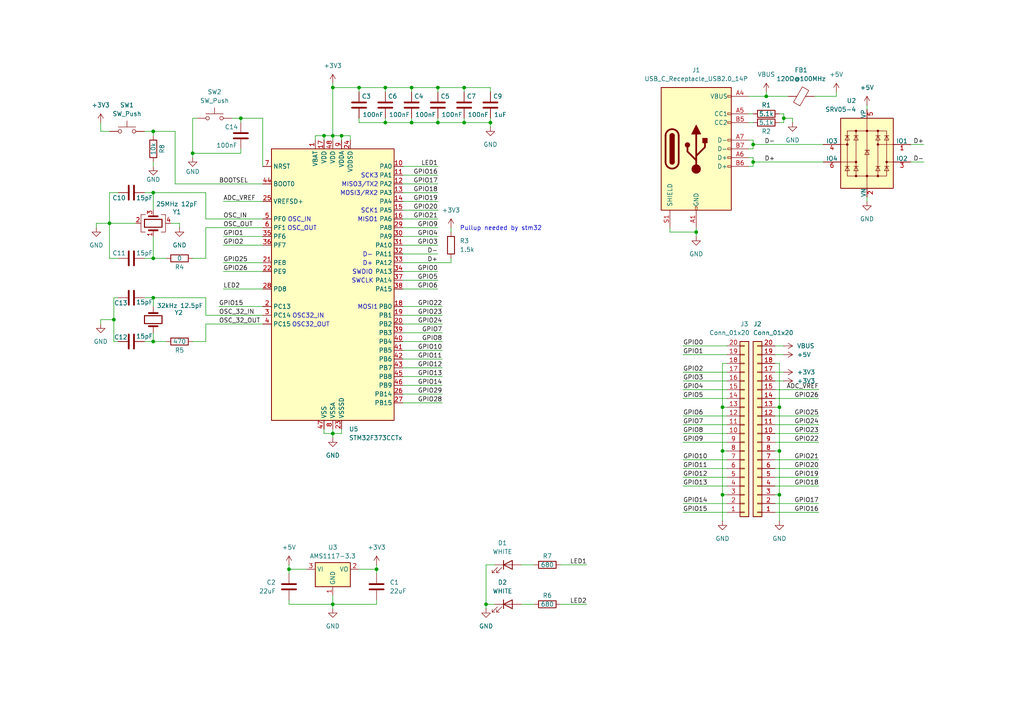
<source format=kicad_sch>
(kicad_sch (version 20250114) (generator "eeschema") (generator_version "9.0")
  (paper "A4")
  (title_block (title "Stmounter") (date "2025-05-23") (rev "v1.0") (company "Chengyin Yao") (comment 1 "https://github.com/cheyao/stmounter"))
  (lib_symbols
    (symbol "Connector:USB_C_Receptacle_USB2.0_14P" (pin_names (offset 1.016))
      (property "Reference" "J" (at 0 22.225 0))
      (property "Value" "USB_C_Receptacle_USB2.0_14P" (at 0 19.685 0))
      (symbol "USB_C_Receptacle_USB2.0_14P_1_1"
        (pin passive line (at -7.62 -22.86 90) (length 5.08) (name "SHIELD") (number "S1"))
        (pin passive line (at 0 -22.86 90) (length 5.08) (name "GND") (number "A1"))
        (pin passive line (at 0 -22.86 90) (length 5.08) (hide yes) (name "GND") (number "A12"))
        (pin passive line (at 0 -22.86 90) (length 5.08) (hide yes) (name "GND") (number "B1"))
        (pin passive line (at 0 -22.86 90) (length 5.08) (hide yes) (name "GND") (number "B12"))
        (pin passive line (at 15.24 15.24 180) (length 5.08) (name "VBUS") (number "A4"))
        (pin passive line (at 15.24 15.24 180) (length 5.08) (hide yes) (name "VBUS") (number "A9"))
        (pin passive line (at 15.24 15.24 180) (length 5.08) (hide yes) (name "VBUS") (number "B4"))
        (pin passive line (at 15.24 15.24 180) (length 5.08) (hide yes) (name "VBUS") (number "B9"))
        (pin bidirectional line (at 15.24 10.16 180) (length 5.08) (name "CC1") (number "A5"))
        (pin bidirectional line (at 15.24 7.62 180) (length 5.08) (name "CC2") (number "B5"))
        (pin bidirectional line (at 15.24 2.54 180) (length 5.08) (name "D-") (number "A7"))
        (pin bidirectional line (at 15.24 0 180) (length 5.08) (name "D-") (number "B7"))
        (pin bidirectional line (at 15.24 -2.54 180) (length 5.08) (name "D+") (number "A6"))
        (pin bidirectional line (at 15.24 -5.08 180) (length 5.08) (name "D+") (number "B6"))
      )
    )
    (symbol "Connector_Generic:Conn_01x20" (pin_names (offset 1.016) (hide yes))
      (property "Reference" "J" (at 0 25.4 0))
      (property "Value" "Conn_01x20" (at 0 -27.94 0))
      (symbol "Conn_01x20_1_1"
        (pin passive line (at -5.08 22.86 0) (length 3.81) (name "Pin_1") (number "1"))
        (pin passive line (at -5.08 20.32 0) (length 3.81) (name "Pin_2") (number "2"))
        (pin passive line (at -5.08 17.78 0) (length 3.81) (name "Pin_3") (number "3"))
        (pin passive line (at -5.08 15.24 0) (length 3.81) (name "Pin_4") (number "4"))
        (pin passive line (at -5.08 12.7 0) (length 3.81) (name "Pin_5") (number "5"))
        (pin passive line (at -5.08 10.16 0) (length 3.81) (name "Pin_6") (number "6"))
        (pin passive line (at -5.08 7.62 0) (length 3.81) (name "Pin_7") (number "7"))
        (pin passive line (at -5.08 5.08 0) (length 3.81) (name "Pin_8") (number "8"))
        (pin passive line (at -5.08 2.54 0) (length 3.81) (name "Pin_9") (number "9"))
        (pin passive line (at -5.08 0 0) (length 3.81) (name "Pin_10") (number "10"))
        (pin passive line (at -5.08 -2.54 0) (length 3.81) (name "Pin_11") (number "11"))
        (pin passive line (at -5.08 -5.08 0) (length 3.81) (name "Pin_12") (number "12"))
        (pin passive line (at -5.08 -7.62 0) (length 3.81) (name "Pin_13") (number "13"))
        (pin passive line (at -5.08 -10.16 0) (length 3.81) (name "Pin_14") (number "14"))
        (pin passive line (at -5.08 -12.7 0) (length 3.81) (name "Pin_15") (number "15"))
        (pin passive line (at -5.08 -15.24 0) (length 3.81) (name "Pin_16") (number "16"))
        (pin passive line (at -5.08 -17.78 0) (length 3.81) (name "Pin_17") (number "17"))
        (pin passive line (at -5.08 -20.32 0) (length 3.81) (name "Pin_18") (number "18"))
        (pin passive line (at -5.08 -22.86 0) (length 3.81) (name "Pin_19") (number "19"))
        (pin passive line (at -5.08 -25.4 0) (length 3.81) (name "Pin_20") (number "20"))
      )
    )
    (symbol "Device:C" (pin_numbers (hide yes)) (pin_names (offset 0.254))
      (property "Reference" "C" (at 0.635 2.54 0))
      (property "Value" "C" (at 0.635 -2.54 0))
      (symbol "C_1_1"
        (pin passive line (at 0 3.81 270) (length 2.794) (name "~") (number "1"))
        (pin passive line (at 0 -3.81 90) (length 2.794) (name "~") (number "2"))
      )
    )
    (symbol "Device:Crystal" (pin_numbers (hide yes)) (pin_names (offset 1.016) (hide yes))
      (property "Reference" "Y" (at 0 3.81 0))
      (property "Value" "Crystal" (at 0 -3.81 0))
      (symbol "Crystal_1_1"
        (pin passive line (at -3.81 0 0) (length 1.27) (name "1") (number "1"))
        (pin passive line (at 3.81 0 180) (length 1.27) (name "2") (number "2"))
      )
    )
    (symbol "Device:Crystal_GND24" (pin_names (offset 1.016) (hide yes))
      (property "Reference" "Y" (at 3.175 5.08 0))
      (property "Value" "Crystal_GND24" (at 3.175 3.175 0))
      (symbol "Crystal_GND24_1_1"
        (pin passive line (at -3.81 0 0) (length 1.27) (name "1") (number "1"))
        (pin passive line (at 0 5.08 270) (length 1.27) (name "2") (number "2"))
        (pin passive line (at 0 -5.08 90) (length 1.27) (name "4") (number "4"))
        (pin passive line (at 3.81 0 180) (length 1.27) (name "3") (number "3"))
      )
    )
    (symbol "Device:FerriteBead" (pin_numbers (hide yes)) (pin_names (offset 0))
      (property "Reference" "FB" (at -3.81 0.635 90))
      (property "Value" "FerriteBead" (at 3.81 0 90))
      (symbol "FerriteBead_1_1"
        (pin passive line (at 0 3.81 270) (length 2.54) (name "~") (number "1"))
        (pin passive line (at 0 -3.81 90) (length 2.54) (name "~") (number "2"))
      )
    )
    (symbol "Device:LED" (pin_numbers (hide yes)) (pin_names (offset 1.016) (hide yes))
      (property "Reference" "D" (at 0 2.54 0))
      (property "Value" "LED" (at 0 -2.54 0))
      (symbol "LED_1_1"
        (pin passive line (at -3.81 0 0) (length 2.54) (name "K") (number "1"))
        (pin passive line (at 3.81 0 180) (length 2.54) (name "A") (number "2"))
      )
    )
    (symbol "Device:R" (pin_numbers (hide yes)) (pin_names (offset 0))
      (property "Reference" "R" (at 2.032 0 90))
      (property "Value" "R" (at 0 0 90))
      (symbol "R_1_1"
        (pin passive line (at 0 3.81 270) (length 1.27) (name "~") (number "1"))
        (pin passive line (at 0 -3.81 90) (length 1.27) (name "~") (number "2"))
      )
    )
    (symbol "MCU_ST_STM32F3:STM32F373CCTx"
      (property "Reference" "U" (at -17.78 41.91 0))
      (property "Value" "STM32F373CCTx" (at 7.62 41.91 0))
      (symbol "STM32F373CCTx_1_1"
        (pin input line (at -20.32 35.56 0) (length 2.54) (name "NRST") (number "7"))
        (pin input line (at -20.32 30.48 0) (length 2.54) (name "BOOT0") (number "44"))
        (pin input line (at -20.32 25.4 0) (length 2.54) (name "VREFSD+") (number "25"))
        (pin bidirectional line (at -20.32 20.32 0) (length 2.54) (name "PF0") (number "5"))
        (pin bidirectional line (at -20.32 17.78 0) (length 2.54) (name "PF1") (number "6"))
        (pin bidirectional line (at -20.32 15.24 0) (length 2.54) (name "PF6") (number "35"))
        (pin bidirectional line (at -20.32 12.7 0) (length 2.54) (name "PF7") (number "36"))
        (pin bidirectional line (at -20.32 7.62 0) (length 2.54) (name "PE8") (number "21"))
        (pin bidirectional line (at -20.32 5.08 0) (length 2.54) (name "PE9") (number "22"))
        (pin bidirectional line (at -20.32 0 0) (length 2.54) (name "PD8") (number "28"))
        (pin bidirectional line (at -20.32 -5.08 0) (length 2.54) (name "PC13") (number "2"))
        (pin bidirectional line (at -20.32 -7.62 0) (length 2.54) (name "PC14") (number "3"))
        (pin bidirectional line (at -20.32 -10.16 0) (length 2.54) (name "PC15") (number "4"))
        (pin power_in line (at -5.08 43.18 270) (length 2.54) (name "VBAT") (number "1"))
        (pin power_in line (at -2.54 43.18 270) (length 2.54) (name "VDD") (number "17"))
        (pin power_in line (at -2.54 -40.64 90) (length 2.54) (name "VSS") (number "47"))
        (pin power_in line (at 0 43.18 270) (length 2.54) (name "VDD") (number "48"))
        (pin power_in line (at 0 -40.64 90) (length 2.54) (name "VSSA") (number "8"))
        (pin power_in line (at 2.54 43.18 270) (length 2.54) (name "VDDA") (number "9"))
        (pin power_in line (at 2.54 -40.64 90) (length 2.54) (name "VSSSD") (number "23"))
        (pin power_in line (at 5.08 43.18 270) (length 2.54) (name "VDDSD") (number "24"))
        (pin bidirectional line (at 20.32 35.56 180) (length 2.54) (name "PA0") (number "10"))
        (pin bidirectional line (at 20.32 33.02 180) (length 2.54) (name "PA1") (number "11"))
        (pin bidirectional line (at 20.32 30.48 180) (length 2.54) (name "PA2") (number "12"))
        (pin bidirectional line (at 20.32 27.94 180) (length 2.54) (name "PA3") (number "13"))
        (pin bidirectional line (at 20.32 25.4 180) (length 2.54) (name "PA4") (number "14"))
        (pin bidirectional line (at 20.32 22.86 180) (length 2.54) (name "PA5") (number "15"))
        (pin bidirectional line (at 20.32 20.32 180) (length 2.54) (name "PA6") (number "16"))
        (pin bidirectional line (at 20.32 17.78 180) (length 2.54) (name "PA8") (number "29"))
        (pin bidirectional line (at 20.32 15.24 180) (length 2.54) (name "PA9") (number "30"))
        (pin bidirectional line (at 20.32 12.7 180) (length 2.54) (name "PA10") (number "31"))
        (pin bidirectional line (at 20.32 10.16 180) (length 2.54) (name "PA11") (number "32"))
        (pin bidirectional line (at 20.32 7.62 180) (length 2.54) (name "PA12") (number "33"))
        (pin bidirectional line (at 20.32 5.08 180) (length 2.54) (name "PA13") (number "34"))
        (pin bidirectional line (at 20.32 2.54 180) (length 2.54) (name "PA14") (number "37"))
        (pin bidirectional line (at 20.32 0 180) (length 2.54) (name "PA15") (number "38"))
        (pin bidirectional line (at 20.32 -5.08 180) (length 2.54) (name "PB0") (number "18"))
        (pin bidirectional line (at 20.32 -7.62 180) (length 2.54) (name "PB1") (number "19"))
        (pin bidirectional line (at 20.32 -10.16 180) (length 2.54) (name "PB2") (number "20"))
        (pin bidirectional line (at 20.32 -12.7 180) (length 2.54) (name "PB3") (number "39"))
        (pin bidirectional line (at 20.32 -15.24 180) (length 2.54) (name "PB4") (number "40"))
        (pin bidirectional line (at 20.32 -17.78 180) (length 2.54) (name "PB5") (number "41"))
        (pin bidirectional line (at 20.32 -20.32 180) (length 2.54) (name "PB6") (number "42"))
        (pin bidirectional line (at 20.32 -22.86 180) (length 2.54) (name "PB7") (number "43"))
        (pin bidirectional line (at 20.32 -25.4 180) (length 2.54) (name "PB8") (number "45"))
        (pin bidirectional line (at 20.32 -27.94 180) (length 2.54) (name "PB9") (number "46"))
        (pin bidirectional line (at 20.32 -30.48 180) (length 2.54) (name "PB14") (number "26"))
        (pin bidirectional line (at 20.32 -33.02 180) (length 2.54) (name "PB15") (number "27"))
      )
    )
    (symbol "Power_Protection:SRV05-4" (pin_names (offset 0))
      (property "Reference" "U" (at -5.08 11.43 0))
      (property "Value" "SRV05-4" (at 2.54 11.43 0))
      (symbol "SRV05-4_1_1"
        (pin passive line (at -12.7 2.54 0) (length 5.08) (name "IO1") (number "1"))
        (pin passive line (at -12.7 -2.54 0) (length 5.08) (name "IO2") (number "3"))
        (pin passive line (at 0 12.7 270) (length 2.54) (name "VP") (number "5"))
        (pin passive line (at 0 -12.7 90) (length 2.54) (name "VN") (number "2"))
        (pin passive line (at 12.7 2.54 180) (length 5.08) (name "IO3") (number "4"))
        (pin passive line (at 12.7 -2.54 180) (length 5.08) (name "IO4") (number "6"))
      )
    )
    (symbol "Regulator_Linear:AMS1117-3.3"
      (property "Reference" "U" (at -3.81 3.175 0))
      (property "Value" "AMS1117-3.3" (at 0 3.175 0))
      (symbol "AMS1117-3.3_1_1"
        (pin power_in line (at -7.62 0 0) (length 2.54) (name "VI") (number "3"))
        (pin power_in line (at 0 -7.62 90) (length 2.54) (name "GND") (number "1"))
        (pin power_out line (at 7.62 0 180) (length 2.54) (name "VO") (number "2"))
      )
    )
    (symbol "Switch:SW_Push" (pin_numbers (hide yes)) (pin_names (offset 1.016) (hide yes))
      (property "Reference" "SW" (at 1.27 2.54 0))
      (property "Value" "SW_Push" (at 0 -1.524 0))
      (symbol "SW_Push_0_1"
        (pin passive line (at -5.08 0 0) (length 2.54) (name "1") (number "1"))
        (pin passive line (at 5.08 0 180) (length 2.54) (name "2") (number "2"))
      )
    )
    (symbol "power:+3V3" (power) (pin_numbers (hide yes)) (pin_names (offset 0) (hide yes))
      (property "Value" "+3V3" (at 0 3.556 0))
      (symbol "+3V3_1_1"
        (pin power_in line (at 0 0 90) (length 0) (name "~") (number "1"))
      )
    )
    (symbol "power:+5V" (power) (pin_numbers (hide yes)) (pin_names (offset 0) (hide yes))
      (property "Value" "+5V" (at 0 3.556 0))
      (symbol "+5V_1_1"
        (pin power_in line (at 0 0 90) (length 0) (name "~") (number "1"))
      )
    )
    (symbol "power:GND" (power) (pin_numbers (hide yes)) (pin_names (offset 0) (hide yes))
      (property "Value" "GND" (at 0 -3.81 0))
      (symbol "GND_1_1"
        (pin power_in line (at 0 0 270) (length 0) (name "~") (number "1"))
      )
    )
    (symbol "power:VBUS" (power) (pin_numbers (hide yes)) (pin_names (offset 0) (hide yes))
      (property "Value" "VBUS" (at 0 3.556 0))
      (symbol "VBUS_1_1"
        (pin power_in line (at 0 0 90) (length 0) (name "~") (number "1"))
      )
    )
  )
  (text "OSC_IN" (at 86.868 63.754 0) (effects (font (size 1.27 1.27))))
  (text "MISO1" (at 106.68 63.754 0) (effects (font (size 1.27 1.27))))
  (text "SWCLK" (at 105.156 81.534 0) (effects (font (size 1.27 1.27))))
  (text "D+" (at 106.68 76.454 0) (effects (font (size 1.27 1.27))))
  (text "MOSI1" (at 106.68 89.154 0) (effects (font (size 1.27 1.27))))
  (text "Pullup needed by stm32" (at 145.288 66.294 0) (effects (font (size 1.27 1.27))))
  (text "OSC32_IN" (at 89.408 91.694 0) (effects (font (size 1.27 1.27))))
  (text "SWDIO" (at 105.156 78.994 0) (effects (font (size 1.27 1.27))))
  (text "SCK1" (at 107.188 61.214 0) (effects (font (size 1.27 1.27))))
  (text "SCK3" (at 107.188 51.054 0) (effects (font (size 1.27 1.27))))
  (text "D-" (at 106.68 73.914 0) (effects (font (size 1.27 1.27))))
  (text "OSC32_OUT" (at 90.17 94.234 0) (effects (font (size 1.27 1.27))))
  (text "OSC_OUT" (at 87.63 66.294 0) (effects (font (size 1.27 1.27))))
  (text "MISO3/TX2" (at 104.394 53.594 0) (effects (font (size 1.27 1.27))))
  (text "MOSI3/RX2" (at 104.14 56.134 0) (effects (font (size 1.27 1.27))))
  (junction (at 96.52 39.37))
  (junction (at 127 35.56))
  (junction (at 69.85 34.29))
  (junction (at 31.75 64.77))
  (junction (at 222.25 27.94))
  (junction (at 99.06 39.37))
  (junction (at 134.62 25.4))
  (junction (at 209.55 118.11))
  (junction (at 44.45 38.1))
  (junction (at 111.76 35.56))
  (junction (at 226.06 118.11))
  (junction (at 226.06 143.51))
  (junction (at 104.14 25.4))
  (junction (at 209.55 143.51))
  (junction (at 93.98 39.37))
  (junction (at 218.44 46.99))
  (junction (at 119.38 25.4))
  (junction (at 142.24 35.56))
  (junction (at 44.45 86.36))
  (junction (at 201.93 67.31))
  (junction (at 119.38 35.56))
  (junction (at 44.45 74.93))
  (junction (at 111.76 25.4))
  (junction (at 44.45 99.06))
  (junction (at 140.97 175.26))
  (junction (at 96.52 175.26))
  (junction (at 96.52 125.73))
  (junction (at 44.45 55.88))
  (junction (at 134.62 35.56))
  (junction (at 83.82 165.1))
  (junction (at 209.55 130.81))
  (junction (at 218.44 41.91))
  (junction (at 227.33 34.29))
  (junction (at 96.52 25.4))
  (junction (at 55.88 44.45))
  (junction (at 226.06 130.81))
  (junction (at 33.02 92.71))
  (junction (at 109.22 165.1))
  (junction (at 127 25.4))
  (wire (pts (xy 91.44 39.37) (xy 91.44 40.64)))
  (wire (pts (xy 130.81 74.93) (xy 130.81 76.2)))
  (wire (pts (xy 222.25 26.67) (xy 222.25 27.94)))
  (wire (pts (xy 218.44 41.91) (xy 238.76 41.91)))
  (wire (pts (xy 242.57 27.94) (xy 236.22 27.94)))
  (wire (pts (xy 119.38 34.29) (xy 119.38 35.56)))
  (wire (pts (xy 217.17 40.64) (xy 218.44 40.64)))
  (wire (pts (xy 116.84 71.12) (xy 127 71.12)))
  (wire (pts (xy 264.16 41.91) (xy 267.97 41.91)))
  (wire (pts (xy 34.29 55.88) (xy 31.75 55.88)))
  (wire (pts (xy 109.22 175.26) (xy 109.22 173.99)))
  (wire (pts (xy 227.33 102.87) (xy 224.79 102.87)))
  (wire (pts (xy 142.24 35.56) (xy 142.24 36.83)))
  (wire (pts (xy 142.24 34.29) (xy 142.24 35.56)))
  (wire (pts (xy 251.46 30.48) (xy 251.46 31.75)))
  (wire (pts (xy 224.79 140.97) (xy 237.49 140.97)))
  (wire (pts (xy 44.45 39.37) (xy 44.45 38.1)))
  (wire (pts (xy 198.12 135.89) (xy 210.82 135.89)))
  (wire (pts (xy 116.84 91.44) (xy 128.27 91.44)))
  (wire (pts (xy 44.45 99.06) (xy 44.45 96.52)))
  (wire (pts (xy 227.33 34.29) (xy 227.33 35.56)))
  (wire (pts (xy 209.55 130.81) (xy 209.55 143.51)))
  (wire (pts (xy 227.33 100.33) (xy 224.79 100.33)))
  (wire (pts (xy 116.84 55.88) (xy 127 55.88)))
  (wire (pts (xy 162.56 163.83) (xy 170.18 163.83)))
  (wire (pts (xy 29.21 35.56) (xy 29.21 38.1)))
  (wire (pts (xy 44.45 99.06) (xy 48.26 99.06)))
  (wire (pts (xy 116.84 104.14) (xy 128.27 104.14)))
  (wire (pts (xy 224.79 113.03) (xy 237.49 113.03)))
  (wire (pts (xy 96.52 127) (xy 96.52 125.73)))
  (wire (pts (xy 41.91 38.1) (xy 44.45 38.1)))
  (wire (pts (xy 217.17 48.26) (xy 218.44 48.26)))
  (wire (pts (xy 96.52 175.26) (xy 96.52 176.53)))
  (wire (pts (xy 224.79 135.89) (xy 237.49 135.89)))
  (wire (pts (xy 99.06 125.73) (xy 99.06 124.46)))
  (wire (pts (xy 217.17 35.56) (xy 218.44 35.56)))
  (wire (pts (xy 209.55 105.41) (xy 209.55 118.11)))
  (wire (pts (xy 93.98 125.73) (xy 93.98 124.46)))
  (wire (pts (xy 130.81 66.04) (xy 130.81 67.31)))
  (wire (pts (xy 116.84 78.74) (xy 127 78.74)))
  (wire (pts (xy 59.69 93.98) (xy 76.2 93.98)))
  (wire (pts (xy 111.76 25.4) (xy 111.76 26.67)))
  (wire (pts (xy 218.44 48.26) (xy 218.44 46.99)))
  (wire (pts (xy 226.06 33.02) (xy 227.33 33.02)))
  (wire (pts (xy 194.31 67.31) (xy 201.93 67.31)))
  (wire (pts (xy 96.52 39.37) (xy 93.98 39.37)))
  (wire (pts (xy 96.52 24.13) (xy 96.52 25.4)))
  (wire (pts (xy 69.85 34.29) (xy 69.85 35.56)))
  (wire (pts (xy 93.98 125.73) (xy 96.52 125.73)))
  (wire (pts (xy 222.25 27.94) (xy 228.6 27.94)))
  (wire (pts (xy 134.62 34.29) (xy 134.62 35.56)))
  (wire (pts (xy 104.14 35.56) (xy 104.14 34.29)))
  (wire (pts (xy 226.06 143.51) (xy 224.79 143.51)))
  (wire (pts (xy 116.84 109.22) (xy 128.27 109.22)))
  (wire (pts (xy 109.22 163.83) (xy 109.22 165.1)))
  (wire (pts (xy 209.55 143.51) (xy 209.55 151.13)))
  (wire (pts (xy 116.84 68.58) (xy 127 68.58)))
  (wire (pts (xy 134.62 35.56) (xy 127 35.56)))
  (wire (pts (xy 59.69 63.5) (xy 76.2 63.5)))
  (wire (pts (xy 31.75 55.88) (xy 31.75 64.77)))
  (wire (pts (xy 198.12 110.49) (xy 210.82 110.49)))
  (wire (pts (xy 49.53 64.77) (xy 52.07 64.77)))
  (wire (pts (xy 251.46 57.15) (xy 251.46 58.42)))
  (wire (pts (xy 59.69 91.44) (xy 59.69 86.36)))
  (wire (pts (xy 55.88 44.45) (xy 55.88 34.29)))
  (wire (pts (xy 64.77 83.82) (xy 76.2 83.82)))
  (wire (pts (xy 96.52 124.46) (xy 96.52 125.73)))
  (wire (pts (xy 44.45 86.36) (xy 41.91 86.36)))
  (wire (pts (xy 194.31 66.04) (xy 194.31 67.31)))
  (wire (pts (xy 83.82 175.26) (xy 96.52 175.26)))
  (wire (pts (xy 209.55 118.11) (xy 209.55 130.81)))
  (wire (pts (xy 64.77 68.58) (xy 76.2 68.58)))
  (wire (pts (xy 201.93 67.31) (xy 201.93 68.58)))
  (wire (pts (xy 226.06 105.41) (xy 226.06 118.11)))
  (wire (pts (xy 218.44 46.99) (xy 218.44 45.72)))
  (wire (pts (xy 217.17 33.02) (xy 218.44 33.02)))
  (wire (pts (xy 224.79 120.65) (xy 237.49 120.65)))
  (wire (pts (xy 63.5 88.9) (xy 76.2 88.9)))
  (wire (pts (xy 227.33 35.56) (xy 226.06 35.56)))
  (wire (pts (xy 101.6 39.37) (xy 101.6 40.64)))
  (wire (pts (xy 50.8 53.34) (xy 76.2 53.34)))
  (wire (pts (xy 209.55 143.51) (xy 210.82 143.51)))
  (wire (pts (xy 104.14 25.4) (xy 104.14 26.67)))
  (wire (pts (xy 198.12 107.95) (xy 210.82 107.95)))
  (wire (pts (xy 44.45 46.99) (xy 44.45 48.26)))
  (wire (pts (xy 44.45 68.58) (xy 44.45 74.93)))
  (wire (pts (xy 209.55 105.41) (xy 210.82 105.41)))
  (wire (pts (xy 69.85 34.29) (xy 76.2 34.29)))
  (wire (pts (xy 224.79 123.19) (xy 237.49 123.19)))
  (wire (pts (xy 116.84 63.5) (xy 127 63.5)))
  (wire (pts (xy 52.07 66.04) (xy 52.07 64.77)))
  (wire (pts (xy 224.79 146.05) (xy 237.49 146.05)))
  (wire (pts (xy 33.02 92.71) (xy 33.02 99.06)))
  (wire (pts (xy 217.17 43.18) (xy 218.44 43.18)))
  (wire (pts (xy 111.76 25.4) (xy 119.38 25.4)))
  (wire (pts (xy 41.91 99.06) (xy 44.45 99.06)))
  (wire (pts (xy 116.84 76.2) (xy 130.81 76.2)))
  (wire (pts (xy 140.97 163.83) (xy 140.97 175.26)))
  (wire (pts (xy 227.33 33.02) (xy 227.33 34.29)))
  (wire (pts (xy 226.06 105.41) (xy 224.79 105.41)))
  (wire (pts (xy 162.56 175.26) (xy 170.18 175.26)))
  (wire (pts (xy 116.84 60.96) (xy 127 60.96)))
  (wire (pts (xy 33.02 99.06) (xy 34.29 99.06)))
  (wire (pts (xy 226.06 118.11) (xy 224.79 118.11)))
  (wire (pts (xy 41.91 55.88) (xy 44.45 55.88)))
  (wire (pts (xy 83.82 166.37) (xy 83.82 165.1)))
  (wire (pts (xy 116.84 96.52) (xy 128.27 96.52)))
  (wire (pts (xy 229.87 35.56) (xy 229.87 34.29)))
  (wire (pts (xy 59.69 86.36) (xy 44.45 86.36)))
  (wire (pts (xy 69.85 43.18) (xy 69.85 44.45)))
  (wire (pts (xy 59.69 66.04) (xy 76.2 66.04)))
  (wire (pts (xy 116.84 88.9) (xy 128.27 88.9)))
  (wire (pts (xy 96.52 125.73) (xy 99.06 125.73)))
  (wire (pts (xy 96.52 175.26) (xy 109.22 175.26)))
  (wire (pts (xy 29.21 92.71) (xy 33.02 92.71)))
  (wire (pts (xy 116.84 58.42) (xy 127 58.42)))
  (wire (pts (xy 198.12 100.33) (xy 210.82 100.33)))
  (wire (pts (xy 127 35.56) (xy 119.38 35.56)))
  (wire (pts (xy 224.79 115.57) (xy 237.49 115.57)))
  (wire (pts (xy 242.57 26.67) (xy 242.57 27.94)))
  (wire (pts (xy 44.45 74.93) (xy 48.26 74.93)))
  (wire (pts (xy 198.12 123.19) (xy 210.82 123.19)))
  (wire (pts (xy 59.69 91.44) (xy 76.2 91.44)))
  (wire (pts (xy 198.12 125.73) (xy 210.82 125.73)))
  (wire (pts (xy 55.88 44.45) (xy 55.88 45.72)))
  (wire (pts (xy 50.8 38.1) (xy 50.8 53.34)))
  (wire (pts (xy 99.06 39.37) (xy 99.06 40.64)))
  (wire (pts (xy 29.21 93.98) (xy 29.21 92.71)))
  (wire (pts (xy 224.79 133.35) (xy 237.49 133.35)))
  (wire (pts (xy 140.97 175.26) (xy 140.97 176.53)))
  (wire (pts (xy 128.27 116.84) (xy 116.84 116.84)))
  (wire (pts (xy 217.17 27.94) (xy 222.25 27.94)))
  (wire (pts (xy 44.45 88.9) (xy 44.45 86.36)))
  (wire (pts (xy 198.12 102.87) (xy 210.82 102.87)))
  (wire (pts (xy 218.44 41.91) (xy 218.44 40.64)))
  (wire (pts (xy 116.84 106.68) (xy 128.27 106.68)))
  (wire (pts (xy 44.45 55.88) (xy 44.45 60.96)))
  (wire (pts (xy 198.12 115.57) (xy 210.82 115.57)))
  (wire (pts (xy 198.12 146.05) (xy 210.82 146.05)))
  (wire (pts (xy 104.14 165.1) (xy 109.22 165.1)))
  (wire (pts (xy 99.06 39.37) (xy 101.6 39.37)))
  (wire (pts (xy 226.06 151.13) (xy 226.06 143.51)))
  (wire (pts (xy 140.97 175.26) (xy 143.51 175.26)))
  (wire (pts (xy 151.13 163.83) (xy 154.94 163.83)))
  (wire (pts (xy 264.16 46.99) (xy 267.97 46.99)))
  (wire (pts (xy 116.84 111.76) (xy 128.27 111.76)))
  (wire (pts (xy 33.02 86.36) (xy 33.02 92.71)))
  (wire (pts (xy 224.79 128.27) (xy 237.49 128.27)))
  (wire (pts (xy 44.45 38.1) (xy 50.8 38.1)))
  (wire (pts (xy 76.2 71.12) (xy 64.77 71.12)))
  (wire (pts (xy 69.85 44.45) (xy 55.88 44.45)))
  (wire (pts (xy 116.84 83.82) (xy 127 83.82)))
  (wire (pts (xy 59.69 63.5) (xy 59.69 55.88)))
  (wire (pts (xy 226.06 130.81) (xy 224.79 130.81)))
  (wire (pts (xy 44.45 55.88) (xy 59.69 55.88)))
  (wire (pts (xy 111.76 35.56) (xy 104.14 35.56)))
  (wire (pts (xy 198.12 133.35) (xy 210.82 133.35)))
  (wire (pts (xy 198.12 138.43) (xy 210.82 138.43)))
  (wire (pts (xy 224.79 148.59) (xy 237.49 148.59)))
  (wire (pts (xy 128.27 114.3) (xy 116.84 114.3)))
  (wire (pts (xy 33.02 86.36) (xy 34.29 86.36)))
  (wire (pts (xy 59.69 74.93) (xy 59.69 66.04)))
  (wire (pts (xy 116.84 66.04) (xy 127 66.04)))
  (wire (pts (xy 96.52 175.26) (xy 96.52 172.72)))
  (wire (pts (xy 224.79 107.95) (xy 227.33 107.95)))
  (wire (pts (xy 209.55 118.11) (xy 210.82 118.11)))
  (wire (pts (xy 76.2 76.2) (xy 64.77 76.2)))
  (wire (pts (xy 224.79 125.73) (xy 237.49 125.73)))
  (wire (pts (xy 109.22 165.1) (xy 109.22 166.37)))
  (wire (pts (xy 31.75 64.77) (xy 39.37 64.77)))
  (wire (pts (xy 59.69 93.98) (xy 59.69 99.06)))
  (wire (pts (xy 31.75 74.93) (xy 34.29 74.93)))
  (wire (pts (xy 55.88 74.93) (xy 59.69 74.93)))
  (wire (pts (xy 116.84 53.34) (xy 127 53.34)))
  (wire (pts (xy 96.52 39.37) (xy 99.06 39.37)))
  (wire (pts (xy 218.44 45.72) (xy 217.17 45.72)))
  (wire (pts (xy 83.82 173.99) (xy 83.82 175.26)))
  (wire (pts (xy 55.88 34.29) (xy 57.15 34.29)))
  (wire (pts (xy 83.82 163.83) (xy 83.82 165.1)))
  (wire (pts (xy 31.75 64.77) (xy 31.75 74.93)))
  (wire (pts (xy 227.33 34.29) (xy 229.87 34.29)))
  (wire (pts (xy 104.14 25.4) (xy 111.76 25.4)))
  (wire (pts (xy 93.98 39.37) (xy 91.44 39.37)))
  (wire (pts (xy 224.79 138.43) (xy 237.49 138.43)))
  (wire (pts (xy 29.21 38.1) (xy 31.75 38.1)))
  (wire (pts (xy 198.12 128.27) (xy 210.82 128.27)))
  (wire (pts (xy 218.44 43.18) (xy 218.44 41.91)))
  (wire (pts (xy 93.98 39.37) (xy 93.98 40.64)))
  (wire (pts (xy 116.84 93.98) (xy 128.27 93.98)))
  (wire (pts (xy 27.94 66.04) (xy 27.94 64.77)))
  (wire (pts (xy 127 34.29) (xy 127 35.56)))
  (wire (pts (xy 76.2 78.74) (xy 64.77 78.74)))
  (wire (pts (xy 116.84 73.66) (xy 127 73.66)))
  (wire (pts (xy 134.62 25.4) (xy 142.24 25.4)))
  (wire (pts (xy 116.84 99.06) (xy 128.27 99.06)))
  (wire (pts (xy 134.62 25.4) (xy 134.62 26.67)))
  (wire (pts (xy 55.88 99.06) (xy 59.69 99.06)))
  (wire (pts (xy 201.93 66.04) (xy 201.93 67.31)))
  (wire (pts (xy 96.52 39.37) (xy 96.52 40.64)))
  (wire (pts (xy 67.31 34.29) (xy 69.85 34.29)))
  (wire (pts (xy 116.84 101.6) (xy 128.27 101.6)))
  (wire (pts (xy 119.38 35.56) (xy 111.76 35.56)))
  (wire (pts (xy 218.44 46.99) (xy 238.76 46.99)))
  (wire (pts (xy 198.12 140.97) (xy 210.82 140.97)))
  (wire (pts (xy 226.06 118.11) (xy 226.06 130.81)))
  (wire (pts (xy 96.52 25.4) (xy 104.14 25.4)))
  (wire (pts (xy 119.38 25.4) (xy 119.38 26.67)))
  (wire (pts (xy 83.82 165.1) (xy 88.9 165.1)))
  (wire (pts (xy 198.12 113.03) (xy 210.82 113.03)))
  (wire (pts (xy 151.13 175.26) (xy 154.94 175.26)))
  (wire (pts (xy 226.06 130.81) (xy 226.06 143.51)))
  (wire (pts (xy 198.12 148.59) (xy 210.82 148.59)))
  (wire (pts (xy 142.24 25.4) (xy 142.24 26.67)))
  (wire (pts (xy 64.77 58.42) (xy 76.2 58.42)))
  (wire (pts (xy 198.12 120.65) (xy 210.82 120.65)))
  (wire (pts (xy 143.51 163.83) (xy 140.97 163.83)))
  (wire (pts (xy 119.38 25.4) (xy 127 25.4)))
  (wire (pts (xy 209.55 130.81) (xy 210.82 130.81)))
  (wire (pts (xy 27.94 64.77) (xy 31.75 64.77)))
  (wire (pts (xy 116.84 50.8) (xy 127 50.8)))
  (wire (pts (xy 116.84 48.26) (xy 127 48.26)))
  (wire (pts (xy 127 25.4) (xy 134.62 25.4)))
  (wire (pts (xy 41.91 74.93) (xy 44.45 74.93)))
  (wire (pts (xy 127 25.4) (xy 127 26.67)))
  (wire (pts (xy 116.84 81.28) (xy 127 81.28)))
  (wire (pts (xy 134.62 35.56) (xy 142.24 35.56)))
  (wire (pts (xy 76.2 34.29) (xy 76.2 48.26)))
  (wire (pts (xy 111.76 35.56) (xy 111.76 34.29)))
  (wire (pts (xy 96.52 25.4) (xy 96.52 39.37)))
  (wire (pts (xy 224.79 110.49) (xy 227.33 110.49)))
  (label "GPIO10" (at 198.12 133.35 0))
  (label "GPIO2" (at 198.12 107.95 0))
  (label "GPIO5" (at 127 81.28 180))
  (label "GPIO4" (at 127 68.58 180))
  (label "GPIO1" (at 64.77 68.58 0))
  (label "OSC_32_IN" (at 63.5 91.44 0))
  (label "GPIO0" (at 198.12 100.33 0))
  (label "GPIO3" (at 198.12 110.49 0))
  (label "GPIO12" (at 198.12 138.43 0))
  (label "GPIO19" (at 237.49 138.43 180))
  (label "GPIO20" (at 237.49 135.89 180))
  (label "GPIO4" (at 198.12 113.03 0))
  (label "GPIO25" (at 64.77 76.2 0))
  (label "GPIO18" (at 237.49 140.97 180))
  (label "GPIO19" (at 127 58.42 180))
  (label "GPIO25" (at 237.49 120.65 180))
  (label "GPIO15" (at 198.12 148.59 0))
  (label "GPIO20" (at 127 60.96 180))
  (label "LED2" (at 64.77 83.82 0))
  (label "GPIO18" (at 127 55.88 180))
  (label "GPIO8" (at 198.12 125.73 0))
  (label "GPIO29" (at 128.27 114.3 180))
  (label "GPIO23" (at 237.49 125.73 180))
  (label "GPIO16" (at 127 50.8 180))
  (label "GPIO22" (at 128.27 88.9 180))
  (label "LED1" (at 170.18 163.83 180))
  (label "LED2" (at 170.18 175.26 180))
  (label "GPIO9" (at 127 66.04 180))
  (label "GPIO2" (at 64.77 71.12 0))
  (label "GPIO13" (at 198.12 140.97 0))
  (label "GPIO11" (at 128.27 104.14 180))
  (label "OSC_IN" (at 64.77 63.5 0))
  (label "GPIO7" (at 198.12 123.19 0))
  (label "GPIO13" (at 128.27 109.22 180))
  (label "GPIO5" (at 198.12 115.57 0))
  (label "ADC_VREF" (at 64.77 58.42 0))
  (label "GPIO11" (at 198.12 135.89 0))
  (label "GPIO8" (at 128.27 99.06 180))
  (label "GPIO26" (at 64.77 78.74 0))
  (label "GPIO1" (at 198.12 102.87 0))
  (label "ADC_VREF" (at 237.49 113.03 180))
  (label "GPIO3" (at 127 71.12 180))
  (label "GPIO7" (at 128.27 96.52 180))
  (label "GPIO0" (at 127 78.74 180))
  (label "GPIO17" (at 127 53.34 180))
  (label "GPIO14" (at 198.12 146.05 0))
  (label "D+" (at 224.79 46.99 180))
  (label "BOOTSEL" (at 63.5 53.34 0))
  (label "LED1" (at 127 48.26 180))
  (label "D-" (at 127 73.66 180))
  (label "GPIO14" (at 128.27 111.76 180))
  (label "GPIO15" (at 63.5 88.9 0))
  (label "OSC_32_OUT" (at 63.5 93.98 0))
  (label "GPIO26" (at 237.49 115.57 180))
  (label "GPIO12" (at 128.27 106.68 180))
  (label "D+" (at 267.97 41.91 180))
  (label "GPIO10" (at 128.27 101.6 180))
  (label "GPIO22" (at 237.49 128.27 180))
  (label "GPIO17" (at 237.49 146.05 180))
  (label "D-" (at 224.79 41.91 180))
  (label "OSC_OUT" (at 64.77 66.04 0))
  (label "GPIO23" (at 128.27 91.44 180))
  (label "GPIO21" (at 237.49 133.35 180))
  (label "GPIO16" (at 237.49 148.59 180))
  (label "GPIO21" (at 127 63.5 180))
  (label "GPIO9" (at 198.12 128.27 0))
  (label "GPIO24" (at 237.49 123.19 180))
  (label "GPIO6" (at 198.12 120.65 0))
  (label "GPIO28" (at 128.27 116.84 180))
  (label "D+" (at 127 76.2 180))
  (label "GPIO24" (at 128.27 93.98 180))
  (label "D-" (at 267.97 46.99 180))
  (label "GPIO6" (at 127 83.82 180))
  (symbol (lib_id "power:+3V3") (at 227.33 107.95 270) (unit 1)
    (property "Reference" "#PWR025" (effects (hide yes)))
    (property "Value" "+3V3" (at 231.14 107.9499 90) (effects (justify left)))
    (property "Description" "Power symbol creates a global label with name \"+3V3\"" (effects (hide yes)))
  )
  (symbol (lib_id "power:GND") (at 201.93 68.58 0) (unit 1)
    (property "Reference" "#PWR02" (effects (hide yes)))
    (property "Value" "GND" (at 201.93 73.66 0))
    (property "Description" "Power symbol creates a global label with name \"GND\" , ground" (effects (hide yes)))
  )
  (symbol (lib_id "Device:C") (at 111.76 30.48 0) (unit 1)
    (property "Reference" "C6" (at 112.522 27.94 0) (effects (justify left)))
    (property "Value" "100nF" (at 112.776 33.274 0) (effects (justify left)))
    (property "Footprint" "Capacitor_SMD:C_0402_1005Metric" (effects (hide yes)))
    (property "Description" "Unpolarized capacitor" (effects (hide yes)))
    (property "LCSC Part #" "C1525 " (effects (hide yes)))
  )
  (symbol (lib_id "Device:R") (at 130.81 71.12 0) (unit 1)
    (property "Reference" "R3" (at 133.35 69.8499 0) (effects (justify left)))
    (property "Value" "1.5k" (at 133.35 72.3899 0) (effects (justify left)))
    (property "Footprint" "Resistor_SMD:R_0402_1005Metric" (effects (hide yes)))
    (property "Description" "Resistor" (effects (hide yes)))
    (property "LCSC Part #" "C25867 " (effects (hide yes)))
  )
  (symbol (lib_id "power:VBUS") (at 222.25 26.67 0) (unit 1)
    (property "Reference" "#PWR04" (effects (hide yes)))
    (property "Value" "VBUS" (at 222.25 21.59 0))
    (property "Description" "Power symbol creates a global label with name \"VBUS\"" (effects (hide yes)))
  )
  (symbol (lib_id "Connector:USB_C_Receptacle_USB2.0_14P") (at 201.93 43.18 0) (unit 1)
    (property "Reference" "J1" (at 201.93 20.32 0))
    (property "Value" "USB_C_Receptacle_USB2.0_14P" (at 201.93 22.86 0))
    (property "Footprint" "Connector_USB:USB_C_Receptacle_GCT_USB4105-xx-A_16P_TopMnt_Horizontal" (effects (hide yes)))
    (property "Datasheet" "https://www.usb.org/sites/default/files/documents/usb_type-c.zip" (effects (hide yes)))
    (property "Description" "USB 2.0-only 14P Type-C Receptacle connector" (effects (hide yes)))
    (property "LCSC Part #" "C2765186" (effects (hide yes)))
  )
  (symbol (lib_id "Device:C") (at 142.24 30.48 0) (unit 1)
    (property "Reference" "C9" (at 143.002 27.94 0) (effects (justify left)))
    (property "Value" "1uF" (at 143.256 33.274 0) (effects (justify left)))
    (property "Footprint" "Capacitor_SMD:C_0402_1005Metric" (effects (hide yes)))
    (property "Description" "Unpolarized capacitor" (effects (hide yes)))
    (property "LCSC Part #" "C52923 " (effects (hide yes)))
  )
  (symbol (lib_id "Device:C") (at 38.1 74.93 90) (unit 1)
    (property "Reference" "C11" (at 34.544 73.406 90))
    (property "Value" "15pF" (at 41.91 73.406 90))
    (property "Footprint" "Capacitor_SMD:C_0402_1005Metric" (effects (hide yes)))
    (property "Description" "Unpolarized capacitor" (effects (hide yes)))
    (property "LCSC Part #" "C1548 " (effects (hide yes)))
  )
  (symbol (lib_id "power:VBUS") (at 227.33 100.33 270) (unit 1)
    (property "Reference" "#PWR09" (effects (hide yes)))
    (property "Value" "VBUS" (at 231.14 100.3299 90) (effects (justify left)))
    (property "Description" "Power symbol creates a global label with name \"VBUS\"" (effects (hide yes)))
  )
  (symbol (lib_id "power:+5V") (at 242.57 26.67 0) (unit 1)
    (property "Reference" "#PWR07" (effects (hide yes)))
    (property "Value" "+5V" (at 242.57 21.59 0))
    (property "Description" "Power symbol creates a global label with name \"+5V\"" (effects (hide yes)))
  )
  (symbol (lib_id "Device:C") (at 38.1 55.88 90) (mirror x) (unit 1)
    (property "Reference" "C10" (at 34.544 57.404 90))
    (property "Value" "15pF" (at 41.91 57.404 90))
    (property "Footprint" "Capacitor_SMD:C_0402_1005Metric" (effects (hide yes)))
    (property "Description" "Unpolarized capacitor" (effects (hide yes)))
    (property "LCSC Part #" "C1548 " (effects (hide yes)))
  )
  (symbol (lib_id "Device:C") (at 38.1 86.36 90) (unit 1)
    (property "Reference" "C13" (at 35.052 87.884 90))
    (property "Value" "15pF" (at 41.91 87.63 90))
    (property "Footprint" "Capacitor_SMD:C_0402_1005Metric" (effects (hide yes)))
    (property "Description" "Unpolarized capacitor" (effects (hide yes)))
    (property "LCSC Part #" "C1548 " (effects (hide yes)))
  )
  (symbol (lib_id "power:+5V") (at 83.82 163.83 0) (unit 1)
    (property "Reference" "#PWR014" (effects (hide yes)))
    (property "Value" "+5V" (at 83.82 158.75 0))
    (property "Description" "Power symbol creates a global label with name \"+5V\"" (effects (hide yes)))
  )
  (symbol (lib_id "power:+5V") (at 251.46 30.48 0) (unit 1)
    (property "Reference" "#PWR06" (effects (hide yes)))
    (property "Value" "+5V" (at 251.46 25.4 0))
    (property "Description" "Power symbol creates a global label with name \"+5V\"" (effects (hide yes)))
  )
  (symbol (lib_id "power:GND") (at 29.21 93.98 0) (unit 1)
    (property "Reference" "#PWR020" (effects (hide yes)))
    (property "Value" "GND" (at 29.21 99.06 0))
    (property "Description" "Power symbol creates a global label with name \"GND\" , ground" (effects (hide yes)))
  )
  (symbol (lib_id "Device:C") (at 38.1 99.06 90) (mirror x) (unit 1)
    (property "Reference" "C12" (at 35.052 97.79 90))
    (property "Value" "15pF" (at 41.91 97.536 90))
    (property "Footprint" "Capacitor_SMD:C_0402_1005Metric" (effects (hide yes)))
    (property "Description" "Unpolarized capacitor" (effects (hide yes)))
    (property "LCSC Part #" "C1548 " (effects (hide yes)))
  )
  (symbol (lib_id "Device:C") (at 119.38 30.48 0) (unit 1)
    (property "Reference" "C4" (at 120.142 27.94 0) (effects (justify left)))
    (property "Value" "100nF" (at 120.396 33.274 0) (effects (justify left)))
    (property "Footprint" "Capacitor_SMD:C_0402_1005Metric" (effects (hide yes)))
    (property "Description" "Unpolarized capacitor" (effects (hide yes)))
    (property "LCSC Part #" "C1525 " (effects (hide yes)))
  )
  (symbol (lib_id "power:+3V3") (at 29.21 35.56 0) (unit 1)
    (property "Reference" "#PWR023" (effects (hide yes)))
    (property "Value" "+3V3" (at 29.21 30.48 0))
    (property "Description" "Power symbol creates a global label with name \"+3V3\"" (effects (hide yes)))
  )
  (symbol (lib_id "Device:R") (at 52.07 74.93 90) (unit 1)
    (property "Reference" "R4" (at 52.07 77.47 90))
    (property "Value" "0" (at 52.07 74.93 90))
    (property "Footprint" "Resistor_SMD:R_0402_1005Metric" (effects (hide yes)))
    (property "Description" "Resistor" (effects (hide yes)))
    (property "LCSC Part #" "C17168" (effects (hide yes)))
  )
  (symbol (lib_id "Regulator_Linear:AMS1117-3.3") (at 96.52 165.1 0) (unit 1)
    (property "Reference" "U3" (at 96.52 158.75 0))
    (property "Value" "AMS1117-3.3" (at 96.52 161.29 0))
    (property "Footprint" "Package_TO_SOT_SMD:SOT-223-3_TabPin2" (effects (hide yes)))
    (property "Datasheet" "http://www.advanced-monolithic.com/pdf/ds1117.pdf" (effects (hide yes)))
    (property "Description" "1A Low Dropout regulator, positive, 3.3V fixed output, SOT-223" (effects (hide yes)))
    (property "LCSC Part #" "C6186" (effects (hide yes)))
  )
  (symbol (lib_id "Device:LED") (at 147.32 163.83 0) (unit 1)
    (property "Reference" "D1" (at 145.7325 157.48 0))
    (property "Value" "WHITE" (at 145.7325 160.02 0))
    (property "Footprint" "LED_SMD:LED_0603_1608Metric" (effects (hide yes)))
    (property "Description" "Light emitting diode" (effects (hide yes)))
    (property "Sim.Pins" "1=K 2=A" (effects (hide yes)))
    (property "LCSC Part #" "C2290" (effects (hide yes)))
  )
  (symbol (lib_id "power:+5V") (at 227.33 102.87 270) (unit 1)
    (property "Reference" "#PWR011" (effects (hide yes)))
    (property "Value" "+5V" (at 231.14 102.8699 90) (effects (justify left)))
    (property "Description" "Power symbol creates a global label with name \"+5V\"" (effects (hide yes)))
  )
  (symbol (lib_id "power:GND") (at 96.52 127 0) (unit 1)
    (property "Reference" "#PWR01" (effects (hide yes)))
    (property "Value" "GND" (at 96.52 132.08 0))
    (property "Description" "Power symbol creates a global label with name \"GND\" , ground" (effects (hide yes)))
  )
  (symbol (lib_id "Device:C") (at 134.62 30.48 0) (unit 1)
    (property "Reference" "C7" (at 135.382 27.94 0) (effects (justify left)))
    (property "Value" "100nF" (at 135.636 33.274 0) (effects (justify left)))
    (property "Footprint" "Capacitor_SMD:C_0402_1005Metric" (effects (hide yes)))
    (property "Description" "Unpolarized capacitor" (effects (hide yes)))
    (property "LCSC Part #" "C1525 " (effects (hide yes)))
  )
  (symbol (lib_id "Switch:SW_Push") (at 36.83 38.1 0) (unit 1)
    (property "Reference" "SW1" (at 36.83 30.48 0))
    (property "Value" "SW_Push" (at 36.83 33.02 0))
    (property "Footprint" "stmounter:TS-1088-AR02016-Switch-SMD" (effects (hide yes)))
    (property "Description" "Push button switch, generic, two pins" (effects (hide yes)))
    (property "LCSC Part #" "C720477" (effects (hide yes)))
  )
  (symbol (lib_id "power:GND") (at 55.88 45.72 0) (unit 1)
    (property "Reference" "#PWR024" (effects (hide yes)))
    (property "Value" "GND" (at 55.88 49.784 0))
    (property "Description" "Power symbol creates a global label with name \"GND\" , ground" (effects (hide yes)))
  )
  (symbol (lib_id "power:+3V3") (at 227.33 110.49 270) (unit 1)
    (property "Reference" "#PWR021" (effects (hide yes)))
    (property "Value" "+3V3" (at 231.14 110.4899 90) (effects (justify left)))
    (property "Description" "Power symbol creates a global label with name \"+3V3\"" (effects (hide yes)))
  )
  (symbol (lib_id "power:GND") (at 44.45 48.26 0) (unit 1)
    (property "Reference" "#PWR022" (effects (hide yes)))
    (property "Value" "GND" (at 44.45 52.07 0))
    (property "Description" "Power symbol creates a global label with name \"GND\" , ground" (effects (hide yes)))
  )
  (symbol (lib_id "Device:C") (at 127 30.48 0) (unit 1)
    (property "Reference" "C5" (at 127.762 27.94 0) (effects (justify left)))
    (property "Value" "100nF" (at 128.016 33.274 0) (effects (justify left)))
    (property "Footprint" "Capacitor_SMD:C_0402_1005Metric" (effects (hide yes)))
    (property "Description" "Unpolarized capacitor" (effects (hide yes)))
    (property "LCSC Part #" "C1525 " (effects (hide yes)))
  )
  (symbol (lib_id "Device:R") (at 52.07 99.06 90) (unit 1)
    (property "Reference" "R5" (at 52.07 101.6 90))
    (property "Value" "470" (at 52.07 99.06 90))
    (property "Footprint" "Resistor_SMD:R_0402_1005Metric" (effects (hide yes)))
    (property "Description" "Resistor" (effects (hide yes)))
    (property "LCSC Part #" "C25117 " (effects (hide yes)))
  )
  (symbol (lib_id "Device:C") (at 104.14 30.48 0) (unit 1)
    (property "Reference" "C3" (at 104.902 27.94 0) (effects (justify left)))
    (property "Value" "100nF" (at 105.156 33.274 0) (effects (justify left)))
    (property "Footprint" "Capacitor_SMD:C_0402_1005Metric" (effects (hide yes)))
    (property "Description" "Unpolarized capacitor" (effects (hide yes)))
    (property "LCSC Part #" "C1525 " (effects (hide yes)))
  )
  (symbol (lib_id "Device:R") (at 222.25 35.56 270) (mirror x) (unit 1)
    (property "Reference" "R2" (at 222.25 38.1 90))
    (property "Value" "5.1k" (at 222.25 35.56 90))
    (property "Footprint" "Resistor_SMD:R_0402_1005Metric" (effects (hide yes)))
    (property "Description" "Resistor" (effects (hide yes)))
    (property "LCSC Part #" "C25905 " (effects (hide yes)))
  )
  (symbol (lib_id "Device:LED") (at 147.32 175.26 0) (unit 1)
    (property "Reference" "D2" (at 145.7325 168.91 0))
    (property "Value" "WHITE" (at 145.7325 171.45 0))
    (property "Footprint" "LED_SMD:LED_0603_1608Metric" (effects (hide yes)))
    (property "Description" "Light emitting diode" (effects (hide yes)))
    (property "Sim.Pins" "1=K 2=A" (effects (hide yes)))
    (property "LCSC Part #" "C2290" (effects (hide yes)))
  )
  (symbol (lib_id "Power_Protection:SRV05-4") (at 251.46 44.45 0) (mirror y) (unit 1)
    (property "Reference" "U2" (at 248.3419 29.21 0) (effects (justify left)))
    (property "Value" "SRV05-4" (at 248.3419 31.75 0) (effects (justify left)))
    (property "Footprint" "Package_TO_SOT_SMD:SOT-23-6" (effects (hide yes)))
    (property "Datasheet" "http://www.onsemi.com/pub/Collateral/SRV05-4-D.PDF" (effects (hide yes)))
    (property "Description" "ESD Protection Diodes with Low Clamping Voltage, SOT-23-6" (effects (hide yes)))
    (property "LCSC Part #" "C7420376 " (effects (hide yes)))
  )
  (symbol (lib_id "MCU_ST_STM32F3:STM32F373CCTx") (at 96.52 83.82 0) (unit 1)
    (property "Reference" "U5" (at 101.2033 124.46 0) (effects (justify left)))
    (property "Value" "STM32F373CCTx" (at 101.2033 127 0) (effects (justify left)))
    (property "Footprint" "Package_QFP:LQFP-48_7x7mm_P0.5mm" (effects (hide yes)))
    (property "Datasheet" "https://www.st.com/resource/en/datasheet/stm32f373cc.pdf" (effects (hide yes)))
    (property "Description" "STMicroelectronics Arm Cortex-M4 MCU, 256KB flash, 32KB RAM, 72 MHz, 2.0-3.6V, 37 GPIO, LQFP48" (effects (hide yes)))
    (property "LCSC Part #" "C89403" (effects (hide yes)))
  )
  (symbol (lib_id "Device:R") (at 222.25 33.02 90) (unit 1)
    (property "Reference" "R1" (at 222.25 30.48 90))
    (property "Value" "5.1k" (at 222.25 33.02 90))
    (property "Footprint" "Resistor_SMD:R_0402_1005Metric" (effects (hide yes)))
    (property "Description" "Resistor" (effects (hide yes)))
    (property "LCSC Part #" "C25905 " (effects (hide yes)))
  )
  (symbol (lib_id "Switch:SW_Push") (at 62.23 34.29 0) (unit 1)
    (property "Reference" "SW2" (at 62.23 26.67 0))
    (property "Value" "SW_Push" (at 62.23 29.21 0))
    (property "Footprint" "stmounter:TS-1088-AR02016-Switch-SMD" (effects (hide yes)))
    (property "Description" "Push button switch, generic, two pins" (effects (hide yes)))
    (property "LCSC Part #" "C720477" (effects (hide yes)))
  )
  (symbol (lib_id "power:+3V3") (at 96.52 24.13 0) (unit 1)
    (property "Reference" "#PWR08" (effects (hide yes)))
    (property "Value" "+3V3" (at 96.52 19.05 0))
    (property "Description" "Power symbol creates a global label with name \"+3V3\"" (effects (hide yes)))
  )
  (symbol (lib_id "Device:C") (at 83.82 170.18 0) (mirror y) (unit 1)
    (property "Reference" "C2" (at 80.01 168.9099 0) (effects (justify left)))
    (property "Value" "22uF" (at 80.01 171.4499 0) (effects (justify left)))
    (property "Footprint" "Capacitor_SMD:C_0603_1608Metric" (effects (hide yes)))
    (property "Description" "Unpolarized capacitor" (effects (hide yes)))
    (property "LCSC Part #" "C59461 " (effects (hide yes)))
  )
  (symbol (lib_id "Device:R") (at 158.75 175.26 270) (unit 1)
    (property "Reference" "R6" (at 158.75 172.72 90))
    (property "Value" "680" (at 158.75 175.26 90))
    (property "Footprint" "Resistor_SMD:R_0402_1005Metric" (effects (hide yes)))
    (property "Description" "Resistor" (effects (hide yes)))
    (property "LCSC Part #" "C25130" (effects (hide yes)))
  )
  (symbol (lib_id "power:+3V3") (at 130.81 66.04 0) (unit 1)
    (property "Reference" "#PWR010" (effects (hide yes)))
    (property "Value" "+3V3" (at 130.81 60.96 0))
    (property "Description" "Power symbol creates a global label with name \"+3V3\"" (effects (hide yes)))
  )
  (symbol (lib_id "Device:R") (at 158.75 163.83 270) (unit 1)
    (property "Reference" "R7" (at 158.75 161.29 90))
    (property "Value" "680" (at 158.75 163.83 90))
    (property "Footprint" "Resistor_SMD:R_0402_1005Metric" (effects (hide yes)))
    (property "Description" "Resistor" (effects (hide yes)))
    (property "LCSC Part #" "C25130" (effects (hide yes)))
  )
  (symbol (lib_id "Device:FerriteBead") (at 232.41 27.94 90) (unit 1)
    (property "Reference" "FB1" (at 232.3592 20.32 90))
    (property "Value" "120Ω@100MHz" (at 232.3592 22.86 90))
    (property "Footprint" "Inductor_SMD:L_0603_1608Metric" (effects (hide yes)))
    (property "Description" "Ferrite bead" (effects (hide yes)))
    (property "LCSC Part #" "C14709" (effects (hide yes)))
  )
  (symbol (lib_id "Device:C") (at 109.22 170.18 0) (unit 1)
    (property "Reference" "C1" (at 113.03 168.9099 0) (effects (justify left)))
    (property "Value" "22uF" (at 113.03 171.4499 0) (effects (justify left)))
    (property "Footprint" "Capacitor_SMD:C_0603_1608Metric" (effects (hide yes)))
    (property "Description" "Unpolarized capacitor" (effects (hide yes)))
    (property "LCSC Part #" "C59461 " (effects (hide yes)))
  )
  (symbol (lib_id "power:GND") (at 52.07 66.04 0) (unit 1)
    (property "Reference" "#PWR019" (effects (hide yes)))
    (property "Value" "GND" (at 52.07 71.12 0))
    (property "Description" "Power symbol creates a global label with name \"GND\" , ground" (effects (hide yes)))
  )
  (symbol (lib_id "power:GND") (at 140.97 176.53 0) (unit 1)
    (property "Reference" "#PWR026" (effects (hide yes)))
    (property "Value" "GND" (at 140.97 181.61 0))
    (property "Description" "Power symbol creates a global label with name \"GND\" , ground" (effects (hide yes)))
  )
  (symbol (lib_id "power:GND") (at 96.52 176.53 0) (unit 1)
    (property "Reference" "#PWR016" (effects (hide yes)))
    (property "Value" "GND" (at 96.52 181.61 0))
    (property "Description" "Power symbol creates a global label with name \"GND\" , ground" (effects (hide yes)))
  )
  (symbol (lib_id "Connector_Generic:Conn_01x20") (at 215.9 125.73 0) (mirror x) (unit 1) (in_bom no)
    (property "Reference" "J3" (at 215.9 93.98 0))
    (property "Value" "Conn_01x20" (at 211.582 96.52 0))
    (property "Footprint" "Connector_PinSocket_2.54mm:PinSocket_1x20_P2.54mm_Vertical" (effects (hide yes)))
    (property "Description" "Generic connector, single row, 01x20, script generated (kicad-library-utils/schlib/autogen/connector/)" (effects (hide yes)))
  )
  (symbol (lib_id "Connector_Generic:Conn_01x20") (at 219.71 125.73 180) (unit 1) (in_bom no)
    (property "Reference" "J2" (at 219.71 93.98 0))
    (property "Value" "Conn_01x20" (at 224.282 96.52 0))
    (property "Footprint" "Connector_PinSocket_2.54mm:PinSocket_1x20_P2.54mm_Vertical" (effects (hide yes)))
    (property "Description" "Generic connector, single row, 01x20, script generated (kicad-library-utils/schlib/autogen/connector/)" (effects (hide yes)))
  )
  (symbol (lib_id "power:GND") (at 251.46 58.42 0) (unit 1)
    (property "Reference" "#PWR05" (effects (hide yes)))
    (property "Value" "GND" (at 251.46 63.5 0))
    (property "Description" "Power symbol creates a global label with name \"GND\" , ground" (effects (hide yes)))
  )
  (symbol (lib_id "Device:Crystal") (at 44.45 92.71 90) (mirror x) (unit 1)
    (property "Reference" "Y2" (at 53.086 90.678 90) (effects (justify left)))
    (property "Value" "32kHz 12.5pF" (at 58.928 88.646 90) (effects (justify left)))
    (property "Footprint" "Crystal:Crystal_SMD_3215-2Pin_3.2x1.5mm" (effects (hide yes)))
    (property "Description" "Two pin crystal" (effects (hide yes)))
    (property "LCSC Part #" "C32346 (" (effects (hide yes)))
  )
  (symbol (lib_id "power:GND") (at 27.94 66.04 0) (unit 1)
    (property "Reference" "#PWR018" (effects (hide yes)))
    (property "Value" "GND" (at 27.94 71.12 0))
    (property "Description" "Power symbol creates a global label with name \"GND\" , ground" (effects (hide yes)))
  )
  (symbol (lib_id "Device:C") (at 69.85 39.37 0) (mirror y) (unit 1)
    (property "Reference" "C14" (at 69.088 36.83 0) (effects (justify left)))
    (property "Value" "100nF" (at 68.834 42.164 0) (effects (justify left)))
    (property "Footprint" "Capacitor_SMD:C_0402_1005Metric" (effects (hide yes)))
    (property "Description" "Unpolarized capacitor" (effects (hide yes)))
    (property "LCSC Part #" "C1525 " (effects (hide yes)))
  )
  (symbol (lib_id "Device:Crystal_GND24") (at 44.45 64.77 90) (unit 1)
    (property "Reference" "Y1" (at 51.308 61.468 90))
    (property "Value" "25MHz 12pF" (at 51.308 59.182 90))
    (property "Footprint" "Crystal:Crystal_SMD_3225-4Pin_3.2x2.5mm" (effects (hide yes)))
    (property "Description" "Four pin crystal, GND on pins 2 and 4" (effects (hide yes)))
    (property "LCSC Part #" "C9006" (effects (hide yes)))
  )
  (symbol (lib_id "power:GND") (at 142.24 36.83 0) (unit 1)
    (property "Reference" "#PWR017" (effects (hide yes)))
    (property "Value" "GND" (at 142.24 41.91 0))
    (property "Description" "Power symbol creates a global label with name \"GND\" , ground" (effects (hide yes)))
  )
  (symbol (lib_id "power:+3V3") (at 109.22 163.83 0) (unit 1)
    (property "Reference" "#PWR015" (effects (hide yes)))
    (property "Value" "+3V3" (at 109.22 158.75 0))
    (property "Description" "Power symbol creates a global label with name \"+3V3\"" (effects (hide yes)))
  )
  (symbol (lib_id "power:GND") (at 226.06 151.13 0) (unit 1)
    (property "Reference" "#PWR013" (effects (hide yes)))
    (property "Value" "GND" (at 226.06 156.21 0))
    (property "Description" "Power symbol creates a global label with name \"GND\" , ground" (effects (hide yes)))
  )
  (symbol (lib_id "power:GND") (at 209.55 151.13 0) (unit 1)
    (property "Reference" "#PWR012" (effects (hide yes)))
    (property "Value" "GND" (at 209.55 156.21 0))
    (property "Description" "Power symbol creates a global label with name \"GND\" , ground" (effects (hide yes)))
  )
  (symbol (lib_id "Device:R") (at 44.45 43.18 180) (unit 1)
    (property "Reference" "R8" (at 46.99 43.18 90))
    (property "Value" "10k" (at 44.45 43.18 90))
    (property "Footprint" "Resistor_SMD:R_0402_1005Metric" (effects (hide yes)))
    (property "Description" "Resistor" (effects (hide yes)))
    (property "LCSC Part #" "C25744 " (effects (hide yes)))
  )
  (symbol (lib_id "power:GND") (at 229.87 35.56 0) (unit 1)
    (property "Reference" "#PWR03" (effects (hide yes)))
    (property "Value" "GND" (at 229.87 40.64 0))
    (property "Description" "Power symbol creates a global label with name \"GND\" , ground" (effects (hide yes)))
  )
)
</source>
